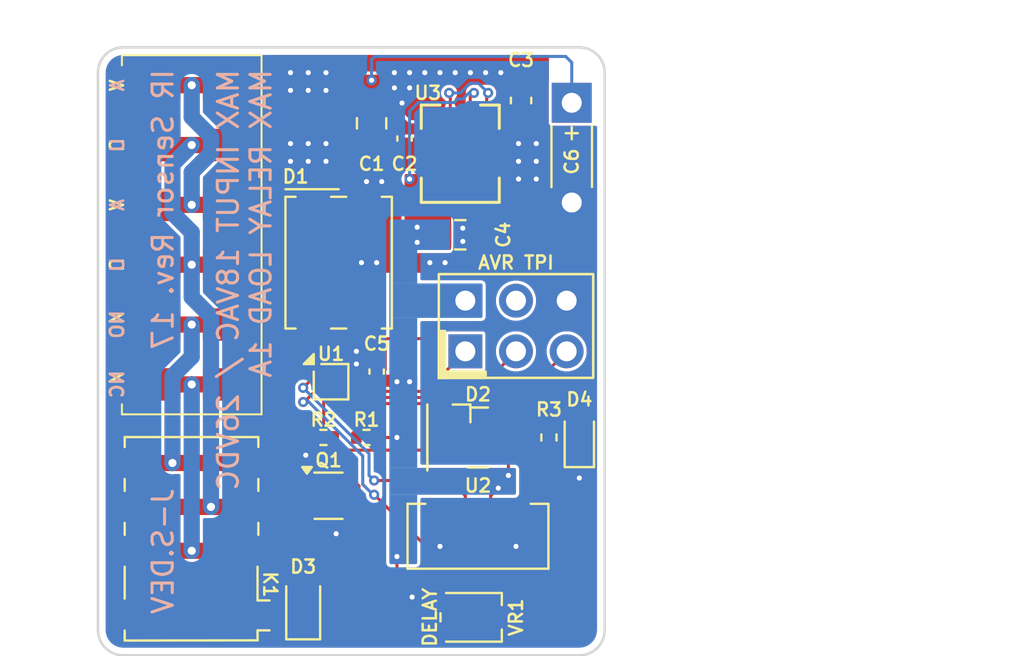
<source format=kicad_pcb>
(kicad_pcb (version 20241229) (generator "pcbnew") (generator_version "9.0")
  (layers (0 "F.Cu" signal) (2 "B.Cu" signal) (13 "F.Paste" user) (5 "F.SilkS" user "F.Silkscreen") (7 "B.SilkS" user "B.Silkscreen") (1 "F.Mask" user) (3 "B.Mask" user) (25 "Edge.Cuts" user))
  (net 0 "")
  (net 1 "VDD")
  (net 2 "GND")
  (net 3 "VCC")
  (net 4 "P$A")
  (net 5 "P$U")
  (net 6 "P$NC")
  (net 7 "P$NO")
  (net 8 "Net-(D2-PadC)")
  (net 9 "Net-(D3-A)")
  (net 10 "TPICLK")
  (net 11 "~{RESET}")
  (net 12 "TPIDATA")
  (net 17 "Net-(U3-RT)")
  (net 19 "Net-(D4-A)")
  (net 21 "Net-(Q1B-C2)")
  (net 22 "DO_RELAY")
  (net 23 "PWMO_LED")
  (net 24 "DO_LED")
  (net 25 "AI_DELAY")
  (net 26 "DI_SENSE")
  (footprint "Resistor_SMD:R_0402_1005Metric" (layer "F.Cu") (at 48.006 121.158 -90)
    (property "Reference" "R3" (at -1.397 0 180) (layer "F.SilkS") (effects (font (size 0.6604 0.6604) (thickness 0.127) (bold yes))))
    (property "Value" "120R")
    (pad "1" smd roundrect (at -0.51 0 270) (size 0.54 0.64) (layers "F.Cu" "F.Mask" "F.Paste") (net 24 "DO_LED"))
    (pad "2" smd roundrect (at 0.51 0 270) (size 0.54 0.64) (layers "F.Cu" "F.Mask" "F.Paste") (net 19 "Net-(D4-A)"))
  )
  (footprint "jsdev:Potentiometer_Bourns_TC42X_Vertical" (layer "F.Cu") (at 44.45 130.175)
    (property "Reference" "VR1" (at 1.905 0 90) (layer "F.SilkS") (effects (font (size 0.6604 0.6604) (thickness 0.127))))
    (property "Value" "10K" (hide yes))
    (pad "1" smd rect (at -1.397 -0.65405) (size 0.8128 0.5969) (layers "F.Cu" "F.Mask" "F.Paste") (net 2 "GND"))
    (pad "2" smd rect (at 0.9525 0) (size 0.6858 0.9906) (layers "F.Cu" "F.Mask" "F.Paste") (net 25 "AI_DELAY"))
    (pad "3" smd rect (at -1.397 0.65405) (size 0.8128 0.5969) (layers "F.Cu" "F.Mask" "F.Paste") (net 3 "VCC"))
  )
  (footprint "Relay_SMD:Relay_DPDT_Omron_G6K-2G-Y" (layer "F.Cu") (at 30.099 126.238 180)
    (property "Reference" "K1" (at -3.937 -2.286 270) (layer "F.SilkS") (effects (font (size 0.6604 0.6604) (thickness 0.127))))
    (property "Value" "G6K-2" (hide yes))
    (pad "1" smd rect (at -2.85 -3.8 180) (size 1.8 0.8) (layers "F.Cu" "F.Mask" "F.Paste") (net 3 "VCC"))
    (pad "2" smd rect (at -2.85 -0.6 180) (size 1.8 0.8) (layers "F.Cu" "F.Mask" "F.Paste") (net 6 "P$NC"))
    (pad "3" smd rect (at -2.85 1.6 180) (size 1.8 0.8) (layers "F.Cu" "F.Mask" "F.Paste") (net 5 "P$U"))
    (pad "4" smd rect (at -2.85 3.8 180) (size 1.8 0.8) (layers "F.Cu" "F.Mask" "F.Paste") (net 7 "P$NO"))
    (pad "5" smd rect (at 2.85 3.8 180) (size 1.8 0.8) (layers "F.Cu" "F.Mask" "F.Paste") (net 7 "P$NO"))
    (pad "6" smd rect (at 2.85 1.6 180) (size 1.8 0.8) (layers "F.Cu" "F.Mask" "F.Paste") (net 5 "P$U"))
    (pad "7" smd rect (at 2.85 -0.6 180) (size 1.8 0.8) (layers "F.Cu" "F.Mask" "F.Paste") (net 6 "P$NC"))
    (pad "8" smd rect (at 2.85 -3.8 180) (size 1.8 0.8) (layers "F.Cu" "F.Mask" "F.Paste") (net 9 "Net-(D3-A)"))
  )
  (footprint "Diode_SMD:D_SOD-323" (layer "F.Cu") (at 35.687 129.667 90)
    (property "Reference" "D3" (at 2.032 0 0) (layer "F.SilkS") (effects (font (size 0.6604 0.6604) (thickness 0.127))))
    (property "Value" "1N4148WS" (hide yes))
    (pad "1" smd roundrect (at -1.05 0 90) (size 0.6 0.45) (layers "F.Cu" "F.Mask" "F.Paste") (net 3 "VCC"))
    (pad "2" smd roundrect (at 1.05 0 90) (size 0.6 0.45) (layers "F.Cu" "F.Mask" "F.Paste") (net 9 "Net-(D3-A)"))
  )
  (footprint "Resistor_SMD:R_0402_1005Metric" (layer "F.Cu") (at 38.862 121.158 180)
    (property "Reference" "R1" (at 0 0.889 180) (layer "F.SilkS") (effects (font (size 0.6604 0.6604) (thickness 0.127))))
    (property "Value" "10K")
    (pad "1" smd roundrect (at -0.51 0 180) (size 0.54 0.64) (layers "F.Cu" "F.Mask" "F.Paste") (net 3 "VCC"))
    (pad "2" smd roundrect (at 0.51 0 180) (size 0.54 0.64) (layers "F.Cu" "F.Mask" "F.Paste") (net 11 "~{RESET}"))
  )
  (footprint "Capacitor_SMD:C_0402_1005Metric" (layer "F.Cu") (at 39.37 117.856 90)
    (property "Reference" "C5" (at 1.397 0 0) (layer "F.SilkS") (effects (font (size 0.6604 0.6604) (thickness 0.127))))
    (property "Value" "100nF")
    (pad "1" smd roundrect (at -0.48 0 90) (size 0.56 0.62) (layers "F.Cu" "F.Mask" "F.Paste") (net 3 "VCC"))
    (pad "2" smd roundrect (at 0.48 0 90) (size 0.56 0.62) (layers "F.Cu" "F.Mask" "F.Paste") (net 2 "GND"))
  )
  (footprint "jsdev:LED_SFH_4243-Z" (layer "F.Cu") (at 44.45 121.158 -90)
    (property "Reference" "D2" (at -2.159 0 0) (layer "F.SilkS") (effects (font (size 0.6604 0.6604) (thickness 0.127))))
    (property "Value" "SFH_4243-Z" (hide yes))
    (pad "A" smd custom (at 0 -1.5 180) (size 1.5 2.6) (layers "F.Cu") (net 3 "VCC") (options (clearance outline) (anchor rect)) (primitives))
    (pad "C" smd custom (at 0 1.5 180) (size 1.5 2.6) (layers "F.Cu") (net 8 "Net-(D2-PadC)") (options (clearance outline) (anchor rect)) (primitives))
  )
  (footprint "Capacitor_SMD:C_0805_2012Metric" (layer "F.Cu") (at 43.561 110.998)
    (property "Reference" "C4" (at 2.159 0 90) (layer "F.SilkS") (effects (font (size 0.6604 0.6604) (thickness 0.127))))
    (property "Value" "10µF" (hide yes))
    (pad "1" smd roundrect (at -0.95 0) (size 1 1.45) (layers "F.Cu" "F.Mask" "F.Paste") (net 3 "VCC"))
    (pad "2" smd roundrect (at 0.95 0) (size 1 1.45) (layers "F.Cu" "F.Mask" "F.Paste") (net 2 "GND"))
  )
  (footprint "LED_SMD:LED_0603_1608Metric" (layer "F.Cu") (at 49.53 121.158 90)
    (property "Reference" "D4" (at 1.905 0 0) (layer "F.SilkS") (effects (font (size 0.6604 0.6604) (thickness 0.127) (bold yes))))
    (property "Value" "LED")
    (pad "1" smd roundrect (at -0.7875 0 90) (size 0.875 0.95) (layers "F.Cu" "F.Mask" "F.Paste") (net 2 "GND"))
    (pad "2" smd roundrect (at 0.7875 0 90) (size 0.875 0.95) (layers "F.Cu" "F.Mask" "F.Paste") (net 19 "Net-(D4-A)"))
  )
  (footprint "Resistor_SMD:R_0402_1005Metric" (layer "F.Cu") (at 36.703 121.158 180)
    (property "Reference" "R2" (at 0 0.889 180) (layer "F.SilkS") (effects (font (size 0.6604 0.6604) (thickness 0.127) (bold yes))))
    (property "Value" "27R")
    (pad "1" smd roundrect (at -0.51 0 180) (size 0.54 0.64) (layers "F.Cu" "F.Mask" "F.Paste") (net 8 "Net-(D2-PadC)"))
    (pad "2" smd roundrect (at 0.51 0 180) (size 0.54 0.64) (layers "F.Cu" "F.Mask" "F.Paste") (net 21 "Net-(Q1B-C2)"))
  )
  (footprint "Package_CSP:WLCSP-12_1.403x1.555mm_Layout6x4_P0.4mm_Stagger" (layer "F.Cu") (at 37.084 118.364)
    (property "Reference" "U1" (at 0 -1.397 0) (layer "F.SilkS") (effects (font (size 0.6604 0.6604) (thickness 0.127))))
    (property "Value" "ATtiny20-U")
    (pad "A1" smd circle (at -0.5 -0.519615) (size 0.215 0.215) (property pad_prop_bga) (layers "F.Cu" "F.Mask" "F.Paste") (net 22 "DO_RELAY"))
    (pad "A3" smd circle (at -0.1 -0.519615) (size 0.215 0.215) (property pad_prop_bga) (layers "F.Cu" "F.Mask" "F.Paste") (net 24 "DO_LED"))
    (pad "A5" smd circle (at 0.3 -0.519615) (size 0.215 0.215) (property pad_prop_bga) (layers "F.Cu" "F.Mask" "F.Paste") (net 2 "GND"))
    (pad "B2" smd circle (at -0.3 -0.173205) (size 0.215 0.215) (property pad_prop_bga) (layers "F.Cu" "F.Mask" "F.Paste") (net 26 "DI_SENSE"))
    (pad "B4" smd circle (at 0.1 -0.173205) (size 0.215 0.215) (property pad_prop_bga) (layers "F.Cu" "F.Mask" "F.Paste") (net 2 "GND"))
    (pad "B6" smd circle (at 0.5 -0.173205) (size 0.215 0.215) (property pad_prop_bga) (layers "F.Cu" "F.Mask" "F.Paste") (net 3 "VCC"))
    (pad "C1" smd circle (at -0.5 0.173205) (size 0.215 0.215) (property pad_prop_bga) (layers "F.Cu" "F.Mask" "F.Paste") (net 25 "AI_DELAY"))
    (pad "C3" smd circle (at -0.1 0.173205) (size 0.215 0.215) (property pad_prop_bga) (layers "F.Cu" "F.Mask" "F.Paste"))
    (pad "C5" smd circle (at 0.3 0.173205) (size 0.215 0.215) (property pad_prop_bga) (layers "F.Cu" "F.Mask" "F.Paste") (net 12 "TPIDATA"))
    (pad "D2" smd circle (at -0.3 0.519615) (size 0.215 0.215) (property pad_prop_bga) (layers "F.Cu" "F.Mask" "F.Paste") (net 23 "PWMO_LED"))
    (pad "D4" smd circle (at 0.1 0.519615) (size 0.215 0.215) (property pad_prop_bga) (layers "F.Cu" "F.Mask" "F.Paste") (net 11 "~{RESET}"))
    (pad "D6" smd circle (at 0.5 0.519615) (size 0.215 0.215) (property pad_prop_bga) (layers "F.Cu" "F.Mask" "F.Paste") (net 10 "TPICLK"))
  )
  (footprint "Capacitor_SMD:C_0805_2012Metric" (layer "F.Cu") (at 39.116 105.41 -90)
    (property "Reference" "C1" (at 2.032 0 180) (layer "F.SilkS") (effects (font (size 0.6604 0.6604) (thickness 0.127))))
    (property "Value" "2.2µF")
    (pad "1" smd roundrect (at -0.95 0 270) (size 1 1.45) (layers "F.Cu" "F.Mask" "F.Paste") (net 1 "VDD"))
    (pad "2" smd roundrect (at 0.95 0 270) (size 1 1.45) (layers "F.Cu" "F.Mask" "F.Paste") (net 2 "GND"))
  )
  (footprint "jsdev:Kyocera_AVX_009296006202906" (layer "F.Cu") (at 30.099 110.998 90)
    (property "Reference" "J2" (hide yes))
    (property "Value" "Conn_02x06_Odd_Even" (hide yes))
    (pad "1" smd roundrect (at -7.5 -1.7272 90) (size 1.6256 2.3368) (layers "F.Cu" "F.Mask" "F.Paste") (roundrect_rratio 0.05) (net 6 "P$NC"))
    (pad "2" smd roundrect (at -7.5 1.7272 90) (size 1.6256 2.3368) (layers "F.Cu" "F.Mask" "F.Paste") (roundrect_rratio 0.05) (net 6 "P$NC"))
    (pad "3" smd roundrect (at -4.5 -1.7272 90) (size 1.6256 2.3368) (layers "F.Cu" "F.Mask" "F.Paste") (roundrect_rratio 0.05) (net 7 "P$NO"))
    (pad "4" smd roundrect (at -4.5 1.7272 90) (size 1.6256 2.3368) (layers "F.Cu" "F.Mask" "F.Paste") (roundrect_rratio 0.05) (net 7 "P$NO"))
    (pad "5" smd roundrect (at -1.499997 -1.7272 90) (size 1.6256 2.3368) (layers "F.Cu" "F.Mask" "F.Paste") (roundrect_rratio 0.05) (net 5 "P$U"))
    (pad "6" smd roundrect (at -1.499997 1.7272 90) (size 1.6256 2.3368) (layers "F.Cu" "F.Mask" "F.Paste") (roundrect_rratio 0.05) (net 5 "P$U"))
    (pad "7" smd roundrect (at 1.499997 -1.7272 90) (size 1.6256 2.3368) (layers "F.Cu" "F.Mask" "F.Paste") (roundrect_rratio 0.05) (net 4 "P$A"))
    (pad "8" smd roundrect (at 1.499997 1.7272 90) (size 1.6256 2.3368) (layers "F.Cu" "F.Mask" "F.Paste") (roundrect_rratio 0.05) (net 4 "P$A"))
    (pad "9" smd roundrect (at 4.5 -1.7272 90) (size 1.6256 2.3368) (layers "F.Cu" "F.Mask" "F.Paste") (roundrect_rratio 0.05) (net 5 "P$U"))
    (pad "10" smd roundrect (at 4.5 1.7272 90) (size 1.6256 2.3368) (layers "F.Cu" "F.Mask" "F.Paste") (roundrect_rratio 0.05) (net 5 "P$U"))
    (pad "11" smd roundrect (at 7.5 -1.7272 90) (size 1.6256 2.3368) (layers "F.Cu" "F.Mask" "F.Paste") (roundrect_rratio 0.05) (net 4 "P$A"))
    (pad "12" smd roundrect (at 7.5 1.7272 90) (size 1.6256 2.3368) (layers "F.Cu" "F.Mask" "F.Paste") (roundrect_rratio 0.05) (net 4 "P$A"))
  )
  (footprint "jsdev:QFN-FCMOD_TI_11C" (layer "F.Cu") (at 43.561 106.934)
    (property "Reference" "U3" (at -1.6256 -3.048 0) (layer "F.SilkS") (effects (font (size 0.6604 0.6604) (thickness 0.127) (bold yes))))
    (property "Value" "TLVM365R15RDNR")
    (pad "1" smd rect (at -1.3254 -1.900189) (size 0.9652 0.4318) (layers "F.Cu" "F.Mask" "F.Paste"))
    (pad "2" smd rect (at -1.3 -1.150063) (size 0.9906 0.254) (layers "F.Cu" "F.Mask" "F.Paste") (net 1 "VDD"))
    (pad "3" smd rect (at -1.3 -0.649937) (size 0.9906 0.3048) (layers "F.Cu" "F.Mask" "F.Paste") (net 1 "VDD"))
    (pad "4" smd custom (at -1.028903 1.050188) (size 1.143 2.1082) (layers "F.Cu" "F.Mask" "F.Paste") (net 3 "VCC") (options (clearance outline) (anchor rect)) (primitives (gr_poly (pts (xy 0.5715 1.0541) (xy -0.5715 1.0541) (xy -0.571497 0.877001) (xy -0.774697 0.877001) (xy -0.774697 0.623001) (xy -0.571497 0.623001) (xy -0.571497 0.377001) (xy -0.774697 0.377001) (xy -0.774697 0.123001) (xy -0.571497 0.123001) (xy -0.571497 -0.122999) (xy -0.774697 -0.122999) (xy -0.774697 -0.376999) (xy -0.571497 -0.376999) (xy -0.571497 -0.622999) (xy -0.774697 -0.622999) (xy -0.774697 -0.876999) (xy -0.571497 -0.876999) (xy -0.5715 -1.0541) (xy 0.5715 -1.0541)) (width 0) (fill yes))))
    (pad "5" smd custom (at 1.028903 1.050188) (size 1.143 2.1082) (layers "F.Cu" "F.Mask" "F.Paste") (options (clearance outline) (anchor rect)) (primitives (gr_poly (pts (xy -0.5715 1.0541) (xy -0.5715 -1.0541) (xy 0.5715 -1.0541) (xy 0.571497 -0.876999) (xy 0.774697 -0.876999) (xy 0.774697 -0.622999) (xy 0.571497 -0.622999) (xy 0.571497 -0.376999) (xy 0.774697 -0.376999) (xy 0.774697 -0.122999) (xy 0.571497 -0.122999) (xy 0.571497 0.123001) (xy 0.774697 0.123001) (xy 0.774697 0.377001) (xy 0.571497 0.377001) (xy 0.571497 0.623001) (xy 0.774697 0.623001) (xy 0.774697 0.877001) (xy 0.571497 0.877001) (xy 0.5715 1.0541)) (width 0) (fill yes))))
    (pad "6" smd rect (at 1.3 -0.649937) (size 0.9906 0.3048) (layers "F.Cu" "F.Mask" "F.Paste"))
    (pad "7" smd rect (at 1.3 -1.150063) (size 0.9906 0.254) (layers "F.Cu" "F.Mask" "F.Paste"))
    (pad "8" smd rect (at 1.3254 -1.900189) (size 0.9652 0.4318) (layers "F.Cu" "F.Mask" "F.Paste") (net 17 "Net-(U3-RT)"))
    (pad "9" smd rect (at 0.500126 -1.975 90) (size 0.6604 0.254) (layers "F.Cu" "F.Mask" "F.Paste") (net 3 "VCC"))
    (pad "10" smd rect (at 0 -1.6067 90) (size 1.397 0.3302) (layers "F.Cu" "F.Mask" "F.Paste") (net 2 "GND"))
    (pad "11" smd rect (at -0.500126 -1.975 90) (size 0.6604 0.254) (layers "F.Cu" "F.Mask" "F.Paste") (net 17 "Net-(U3-RT)"))
  )
  (footprint "Package_TO_SOT_SMD:SOT-363_SC-70-6" (layer "F.Cu") (at 36.957 124.079)
    (property "Reference" "Q1" (at 0 -1.778 0) (layer "F.SilkS") (effects (font (size 0.6604 0.6604) (thickness 0.127) (bold yes))))
    (property "Value" "NPN 10K")
    (pad "1" smd roundrect (at -0.95 -0.65) (size 0.65 0.4) (layers "F.Cu" "F.Mask" "F.Paste") (net 2 "GND"))
    (pad "2" smd roundrect (at -0.95 0) (size 0.65 0.4) (layers "F.Cu" "F.Mask" "F.Paste") (net 22 "DO_RELAY"))
    (pad "3" smd roundrect (at -0.95 0.65) (size 0.65 0.4) (layers "F.Cu" "F.Mask" "F.Paste") (net 21 "Net-(Q1B-C2)"))
    (pad "4" smd roundrect (at 0.95 0.65) (size 0.65 0.4) (layers "F.Cu" "F.Mask" "F.Paste") (net 2 "GND"))
    (pad "5" smd roundrect (at 0.95 0) (size 0.65 0.4) (layers "F.Cu" "F.Mask" "F.Paste") (net 23 "PWMO_LED"))
    (pad "6" smd roundrect (at 0.95 -0.65) (size 0.65 0.4) (layers "F.Cu" "F.Mask" "F.Paste") (net 9 "Net-(D3-A)"))
  )
  (footprint "jsdev:CP_Radial_Long_Sideways_Flip" (layer "F.Cu") (at 49.149 109.3595 90)
    (property "Reference" "C6" (at 2.032 0 270) (layer "F.SilkS") (effects (font (size 0.6604 0.6604) (thickness 0.127))))
    (property "Value" "680uF")
    (pad "1" thru_hole rect (at 4.9784 0 270) (size 2 2) (drill 1) (layers "*.Cu" "*.Mask") (net 1 "VDD"))
    (pad "2" thru_hole circle (at -0.0216 0 270) (size 2 2) (drill 1) (layers "*.Cu" "*.Mask") (net 2 "GND"))
  )
  (footprint "jsdev:PinHeader_ISP_POGO" (layer "F.Cu") (at 43.815 116.84 90)
    (property "Reference" "J1" (hide yes))
    (property "Value" "AVR-TPI-6" (hide yes))
    (pad "1" thru_hole rect (at 0 0 90) (size 1.7 1.7) (drill 1) (layers "*.Cu" "*.Mask") (net 12 "TPIDATA"))
    (pad "2" thru_hole oval (at 2.54 0 90) (size 1.7 1.7) (drill 1) (layers "*.Cu" "*.Mask") (net 3 "VCC"))
    (pad "3" thru_hole oval (at 0 2.54 90) (size 1.7 1.7) (drill 1) (layers "*.Cu" "*.Mask") (net 10 "TPICLK"))
    (pad "4" thru_hole oval (at 2.54 2.54 90) (size 1.7 1.7) (drill 1) (layers "*.Cu" "*.Mask"))
    (pad "5" thru_hole oval (at 0 5.08 90) (size 1.7 1.7) (drill 1) (layers "*.Cu" "*.Mask") (net 11 "~{RESET}"))
    (pad "6" thru_hole oval (at 2.54 5.08 90) (size 1.7 1.7) (drill 1) (layers "*.Cu" "*.Mask") (net 2 "GND"))
  )
  (footprint "Capacitor_SMD:C_0603_1608Metric" (layer "F.Cu") (at 46.609 104.267 90)
    (property "Reference" "C3" (at 2.032 0 0) (layer "F.SilkS") (effects (font (size 0.6604 0.6604) (thickness 0.127))))
    (property "Value" "1µF")
    (pad "1" smd roundrect (at -0.775 0 90) (size 0.9 0.95) (layers "F.Cu" "F.Mask" "F.Paste") (net 17 "Net-(U3-RT)"))
    (pad "2" smd roundrect (at 0.775 0 90) (size 0.9 0.95) (layers "F.Cu" "F.Mask" "F.Paste") (net 2 "GND"))
  )
  (footprint "Capacitor_SMD:C_0402_1005Metric" (layer "F.Cu") (at 40.767 106.172 -90)
    (property "Reference" "C2" (at 1.27 0 180) (layer "F.SilkS") (effects (font (size 0.6604 0.6604) (thickness 0.127))))
    (property "Value" "100nF")
    (pad "1" smd roundrect (at -0.48 0 270) (size 0.56 0.62) (layers "F.Cu" "F.Mask" "F.Paste") (net 1 "VDD"))
    (pad "2" smd roundrect (at 0.48 0 270) (size 0.56 0.62) (layers "F.Cu" "F.Mask" "F.Paste") (net 2 "GND"))
  )
  (footprint "TSOP75438WTT:TSOP75438WTT" (layer "F.Cu") (at 44.45 126.111 -90)
    (property "Reference" "U2" (at -2.54 0 0) (layer "F.SilkS") (effects (font (size 0.6604 0.6604) (thickness 0.127))))
    (property "Value" "TSOP75438TT" (hide yes))
    (pad "1" smd rect (at -0.900001 -1.905 270) (size 1.8 0.8) (layers "F.Cu" "F.Mask" "F.Paste") (net 2 "GND"))
    (pad "2" smd rect (at -0.900001 -0.635 270) (size 1.8 0.8) (layers "F.Cu" "F.Mask" "F.Paste") (net 3 "VCC"))
    (pad "3" smd rect (at -0.900001 0.635 270) (size 1.8 0.8) (layers "F.Cu" "F.Mask" "F.Paste") (net 26 "DI_SENSE"))
    (pad "4" smd rect (at -0.900001 1.905 270) (size 1.8 0.8) (layers "F.Cu" "F.Mask" "F.Paste") (net 2 "GND"))
  )
  (footprint "jsdev:Diode_Bridge_Bourns_CD-HD2x" (layer "F.Cu") (at 37.465 112.395)
    (property "Reference" "D1" (at -2.159 -4.318 0) (layer "F.SilkS") (effects (font (size 0.6604 0.6604) (thickness 0.127))))
    (property "Value" "D_Bridge_-AA+")
    (pad "1" smd rect (at -1.27 -2.5527) (size 1.1938 1.8034) (layers "F.Cu" "F.Mask" "F.Paste") (net 2 "GND"))
    (pad "2" smd rect (at -1.27 2.5527) (size 1.1938 1.8034) (layers "F.Cu" "F.Mask" "F.Paste") (net 5 "P$U"))
    (pad "3" smd rect (at 1.27 2.5527) (size 1.1938 1.8034) (layers "F.Cu" "F.Mask" "F.Paste") (net 4 "P$A"))
    (pad "4" smd rect (at 1.27 -2.5527) (size 1.1938 1.8034) (layers "F.Cu" "F.Mask" "F.Paste") (net 1 "VDD"))
  )
  (gr_line (start 41.91 119.507) (end 41.91 122.809) (stroke (width 0.127)) (layer "F.SilkS"))
  (gr_line (start 26.67 132.08) (end 49.53 132.08) (stroke (width 0.127)) (layer "Edge.Cuts"))
  (gr_arc (start 26.67 132.08) (mid 25.771974 131.708026) (end 25.4 130.81) (stroke (width 0.127)) (layer "Edge.Cuts"))
  (gr_arc (start 50.8 130.81) (mid 50.428026 131.708026) (end 49.53 132.08) (stroke (width 0.127)) (layer "Edge.Cuts"))
  (gr_arc (start 49.53 101.6) (mid 50.428026 101.971974) (end 50.8 102.87) (stroke (width 0.127)) (layer "Edge.Cuts"))
  (gr_line (start 50.8 130.81) (end 50.8 102.87) (stroke (width 0.127)) (layer "Edge.Cuts"))
  (gr_line (start 49.53 101.6) (end 26.67 101.6) (stroke (width 0.127)) (layer "Edge.Cuts"))
  (gr_arc (start 25.4 102.87) (mid 25.771974 101.971974) (end 26.67 101.6) (stroke (width 0.127)) (layer "Edge.Cuts"))
  (gr_line (start 25.4 102.87) (end 25.4 130.81) (stroke (width 0.127)) (layer "Edge.Cuts"))
  (gr_text "NO" (at 26.289 115.4938 270) (layer "F.SilkS") (effects (font (size 0.6604 0.6604) (thickness 0.127))))
  (gr_text "DELAY" (at 42.037 130.175 90) (layer "F.SilkS") (effects (font (size 0.6604 0.6604) (thickness 0.127))))
  (gr_text "U" (at 26.289 112.4966 270) (layer "F.SilkS") (effects (font (size 0.6604 0.6604) (thickness 0.127))))
  (gr_text "AVR TPI" (at 46.355 112.395 0) (layer "F.SilkS") (effects (font (size 0.6604 0.6604) (thickness 0.127))))
  (gr_text "NC" (at 26.289 118.491 270) (layer "F.SilkS") (effects (font (size 0.6604 0.6604) (thickness 0.127))))
  (gr_text "A" (at 26.289 103.505 270) (layer "F.SilkS") (effects (font (size 0.6604 0.6604) (thickness 0.127))))
  (gr_text "U" (at 26.289 106.5022 270) (layer "F.SilkS") (effects (font (size 0.6604 0.6604) (thickness 0.127))))
  (gr_text "A" (at 26.289 109.4994 270) (layer "F.SilkS") (effects (font (size 0.6604 0.6604) (thickness 0.127))))
  (gr_text "U" (at 26.3652 106.5022 -270) (layer "B.SilkS") (effects (font (size 0.6604 0.6604) (thickness 0.127)) (justify mirror)))
  (gr_text "IR Sensor Rev. 17         J-S.DEV\n\nMAX INPUT 18VAC / 26VDC\nMAX RELAY LOAD 1A" (at 28.067 102.616 90) (layer "B.SilkS") (effects (font (size 1.016 1.016) (thickness 0.1524)) (justify left top mirror)))
  (gr_text "A" (at 26.3652 103.505 90) (layer "B.SilkS") (effects (font (size 0.6604 0.6604) (thickness 0.127)) (justify mirror)))
  (gr_text "NC" (at 26.3652 118.491 -270) (layer "B.SilkS") (effects (font (size 0.6604 0.6604) (thickness 0.127)) (justify mirror)))
  (gr_text "NO" (at 26.3652 115.4938 -270) (layer "B.SilkS") (effects (font (size 0.6604 0.6604) (thickness 0.127)) (justify mirror)))
  (gr_text "U" (at 26.3652 112.4966 -270) (layer "B.SilkS") (effects (font (size 0.6604 0.6604) (thickness 0.127)) (justify mirror)))
  (gr_text "A" (at 26.3652 109.4994 -270) (layer "B.SilkS") (effects (font (size 0.6604 0.6604) (thickness 0.127)) (justify mirror)))
  (via (at 39.116 103.251) (size 0.508) (drill 0.254) (layers "F.Cu" "B.Cu") (net 1))
  (segment (start 39.116 103.251) (end 39.116 102.2096) (width 0.1524) (layer "B.Cu") (net 1))
  (segment (start 39.116 102.2096) (end 39.2684 102.0572) (width 0.1524) (layer "B.Cu") (net 1))
  (segment (start 49.149 102.362) (end 49.149 104.3811) (width 0.1524) (layer "B.Cu") (net 1))
  (segment (start 39.2684 102.0572) (end 48.8442 102.0572) (width 0.1524) (layer "B.Cu") (net 1))
  (segment (start 48.8442 102.0572) (end 49.149 102.362) (width 0.1524) (layer "B.Cu") (net 1))
  (segment (start 46.355 125.210999) (end 46.355 126.619) (width 0.1524) (layer "F.Cu") (net 2))
  (segment (start 41.50995 129.52095) (end 41.148 129.159) (width 0.1524) (layer "F.Cu") (net 2))
  (segment (start 36.007 123.429) (end 36.007 122.24) (width 0.1524) (layer "F.Cu") (net 2))
  (segment (start 37.907 125.415) (end 37.338 125.984) (width 0.1524) (layer "F.Cu") (net 2))
  (segment (start 49.53 121.9455) (end 49.53 123.19) (width 0.1524) (layer "F.Cu") (net 2))
  (segment (start 43.053 129.52095) (end 41.50995 129.52095) (width 0.1524) (layer "F.Cu") (net 2))
  (segment (start 36.007 122.24) (end 35.814 122.047) (width 0.1524) (layer "F.Cu") (net 2))
  (segment (start 43.561 105.3273) (end 43.561 103.124) (width 0.1524) (layer "F.Cu") (net 2))
  (segment (start 37.907 124.729) (end 37.907 125.415) (width 0.1524) (layer "F.Cu") (net 2))
  (segment (start 37.753385 117.475) (end 38.354 117.475) (width 0.1524) (layer "F.Cu") (net 2))
  (segment (start 37.384 117.844385) (end 37.753385 117.475) (width 0.1524) (layer "F.Cu") (net 2))
  (segment (start 37.184 118.190795) (end 37.384 117.844385) (width 0.1524) (layer "F.Cu") (net 2))
  (segment (start 42.545 125.210999) (end 42.545 126.619) (width 0.1524) (layer "F.Cu") (net 2))
  (segment (start 43.561 103.124) (end 43.307 102.87) (width 0.1524) (layer "F.Cu") (net 2))
  (via (at 40.64 104.394) (size 0.508) (drill 0.254) (layers "F.Cu" "B.Cu") (net 2))
  (via (at 42.545 102.87) (size 0.508) (drill 0.254) (layers "F.Cu" "B.Cu") (net 2))
  (via (at 40.259 102.87) (size 0.508) (drill 0.254) (layers "F.Cu" "B.Cu") (net 2))
  (via (at 39.37 112.395) (size 0.508) (drill 0.254) (layers "F.Cu" "B.Cu") (net 2))
  (via (at 47.371 107.315) (size 0.508) (drill 0.254) (layers "F.Cu" "B.Cu") (net 2))
  (via (at 40.259 103.632) (size 0.508) (drill 0.254) (layers "F.Cu" "B.Cu") (net 2))
  (via (at 47.371 108.204) (size 0.508) (drill 0.254) (layers "F.Cu" "B.Cu") (net 2))
  (via (at 38.354 117.475) (size 0.508) (drill 0.254) (layers "F.Cu" "B.Cu") (net 2))
  (via (at 43.688 111.3282) (size 0.508) (drill 0.254) (layers "F.Cu" "B.Cu") (net 2))
  (via (at 36.83 102.87) (size 0.508) (drill 0.254) (layers "F.Cu" "B.Cu") (net 2))
  (via (at 35.941 106.426) (size 0.508) (drill 0.254) (layers "F.Cu" "B.Cu") (net 2))
  (via (at 35.052 103.759) (size 0.508) (drill 0.254) (layers "F.Cu" "B.Cu") (net 2))
  (via (at 42.545 126.619) (size 0.508) (drill 0.254) (layers "F.Cu" "B.Cu") (net 2))
  (via (at 46.482 106.426) (size 0.508) (drill 0.254) (layers "F.Cu" "B.Cu") (net 2))
  (via (at 41.021 103.632) (size 0.508) (drill 0.254) (layers "F.Cu" "B.Cu") (net 2))
  (via (at 45.593 102.87) (size 0.508) (drill 0.254) (layers "F.Cu" "B.Cu") (net 2))
  (via (at 38.862 108.331) (size 0.508) (drill 0.254) (layers "F.Cu" "B.Cu") (net 2))
  (via (at 46.482 108.204) (size 0.508) (drill 0.254) (layers "F.Cu" "B.Cu") (net 2))
  (via (at 35.052 106.426) (size 0.508) (drill 0.254) (layers "F.Cu" "B.Cu") (net 2))
  (via (at 41.021 102.87) (size 0.508) (drill 0.254) (layers "F.Cu" "B.Cu") (net 2))
  (via (at 46.482 107.315) (size 0.508) (drill 0.254) (layers "F.Cu" "B.Cu") (net 2))
  (via (at 44.069 102.87) (size 0.508) (drill 0.254) (layers "F.Cu" "B.Cu") (net 2))
  (via (at 38.608 112.395) (size 0.508) (drill 0.254) (layers "F.Cu" "B.Cu") (net 2))
  (via (at 46.355 126.619) (size 0.508) (drill 0.254) (layers "F.Cu" "B.Cu") (net 2))
  (via (at 37.338 125.984) (size 0.508) (drill 0.254) (layers "F.Cu" "B.Cu") (net 2))
  (via (at 36.83 107.315) (size 0.508) (drill 0.254) (layers "F.Cu" "B.Cu") (net 2))
  (via (at 42.037 112.395) (size 0.508) (drill 0.254) (layers "F.Cu" "B.Cu") (net 2))
  (via (at 47.371 106.426) (size 0.508) (drill 0.254) (layers "F.Cu" "B.Cu") (net 2))
  (via (at 35.941 103.759) (size 0.508) (drill 0.254) (layers "F.Cu" "B.Cu") (net 2))
  (via (at 36.83 106.426) (size 0.508) (drill 0.254) (layers "F.Cu" "B.Cu") (net 2))
  (via (at 49.53 123.19) (size 0.508) (drill 0.254) (layers "F.Cu" "B.Cu") (net 2))
  (via (at 41.783 102.87) (size 0.508) (drill 0.254) (layers "F.Cu" "B.Cu") (net 2))
  (via (at 36.83 103.759) (size 0.508) (drill 0.254) (layers "F.Cu" "B.Cu") (net 2))
  (via (at 35.814 122.047) (size 0.508) (drill 0.254) (layers "F.Cu" "B.Cu") (net 2))
  (via (at 35.052 102.87) (size 0.508) (drill 0.254) (layers "F.Cu" "B.Cu") (net 2))
  (via (at 41.148 129.159) (size 0.508) (drill 0.254) (layers "F.Cu" "B.Cu") (net 2))
  (via (at 42.799 112.395) (size 0.508) (drill 0.254) (layers "F.Cu" "B.Cu") (net 2))
  (via (at 43.307 102.87) (size 0.508) (drill 0.254) (layers "F.Cu" "B.Cu") (net 2))
  (via (at 38.354 116.84) (size 0.508) (drill 0.254) (layers "F.Cu" "B.Cu") (net 2))
  (via (at 35.941 107.315) (size 0.508) (drill 0.254) (layers "F.Cu" "B.Cu") (net 2))
  (via (at 39.624 108.331) (size 0.508) (drill 0.254) (layers "F.Cu" "B.Cu") (net 2))
  (via (at 35.941 102.87) (size 0.508) (drill 0.254) (layers "F.Cu" "B.Cu") (net 2))
  (via (at 35.052 107.315) (size 0.508) (drill 0.254) (layers "F.Cu" "B.Cu") (net 2))
  (via (at 43.688 110.6678) (size 0.508) (drill 0.254) (layers "F.Cu" "B.Cu") (net 2))
  (via (at 44.831 102.87) (size 0.508) (drill 0.254) (layers "F.Cu" "B.Cu") (net 2))
  (segment (start 43.053 130.82905) (end 41.16705 130.82905) (width 0.1524) (layer "F.Cu") (net 3))
  (segment (start 32.949 130.038) (end 35.687 130.038) (width 0.1524) (layer "F.Cu") (net 3))
  (segment (start 44.2468 103.886) (end 44.061126 104.071674) (width 0.1524) (layer "F.Cu") (net 3))
  (segment (start 45.085 124.079) (end 45.466 123.698) (width 0.1524) (layer "F.Cu") (net 3))
  (segment (start 40.386 127.127) (end 40.386 130.038) (width 0.1524) (layer "F.Cu") (net 3))
  (segment (start 42.312285 108.204) (end 42.532097 107.984188) (width 0.1524) (layer "F.Cu") (net 3))
  (segment (start 39.372 121.158) (end 40.386 121.158) (width 0.1524) (layer "F.Cu") (net 3))
  (segment (start 40.386 130.048) (end 40.386 130.038) (width 0.1524) (layer "F.Cu") (net 3))
  (segment (start 45.974 123.063) (end 45.974 121.182) (width 0.1524) (layer "F.Cu") (net 3))
  (segment (start 35.687 130.038) (end 38.491 130.038) (width 0.1524) (layer "F.Cu") (net 3))
  (segment (start 35.687 130.717) (end 35.687 130.038) (width 0.1524) (layer "F.Cu") (net 3))
  (segment (start 44.061126 104.071674) (end 44.061126 104.959) (width 0.1524) (layer "F.Cu") (net 3))
  (segment (start 38.491 130.038) (end 40.386 130.038) (width 0.1524) (layer "F.Cu") (net 3))
  (segment (start 41.16705 130.82905) (end 40.386 130.048) (width 0.1524) (layer "F.Cu") (net 3))
  (segment (start 45.085 125.210999) (end 45.085 124.079) (width 0.1524) (layer "F.Cu") (net 3))
  (segment (start 45.974 121.182) (end 45.95 121.158) (width 0.1524) (layer "F.Cu") (net 3))
  (via (at 40.386 118.364) (size 0.508) (drill 0.254) (layers "F.Cu" "B.Cu") (net 3))
  (via (at 41.402 110.617) (size 0.508) (drill 0.254) (layers "F.Cu" "B.Cu") (net 3))
  (via (at 41.021 108.204) (size 0.508) (drill 0.254) (layers "F.Cu" "B.Cu") (net 3))
  (via (at 40.386 127.127) (size 0.508) (drill 0.254) (layers "F.Cu" "B.Cu") (net 3))
  (via (at 45.466 123.698) (size 0.508) (drill 0.254) (layers "F.Cu" "B.Cu") (net 3))
  (via (at 40.386 121.158) (size 0.508) (drill 0.254) (layers "F.Cu" "B.Cu") (net 3))
  (via (at 41.021 118.364) (size 0.508) (drill 0.254) (layers "F.Cu" "B.Cu") (net 3))
  (via (at 45.974 123.063) (size 0.508) (drill 0.254) (layers "F.Cu" "B.Cu") (net 3))
  (via (at 41.402 111.379) (size 0.508) (drill 0.254) (layers "F.Cu" "B.Cu") (net 3))
  (via (at 44.2468 103.886) (size 0.508) (drill 0.254) (layers "F.Cu" "B.Cu") (net 3))
  (segment (start 44.2468 103.886) (end 43.992052 103.886) (width 0.1524) (layer "B.Cu") (net 3))
  (segment (start 43.434374 104.190426) (end 43.2562 104.3686) (width 0.1524) (layer "B.Cu") (net 3))
  (segment (start 43.992052 103.886) (end 43.687626 104.190426) (width 0.1524) (layer "B.Cu") (net 3))
  (segment (start 43.2562 104.3686) (end 41.4528 104.3686) (width 0.1524) (layer "B.Cu") (net 3))
  (segment (start 43.687626 104.190426) (end 43.434374 104.190426) (width 0.1524) (layer "B.Cu") (net 3))
  (segment (start 41.4528 104.3686) (end 41.021 104.8004) (width 0.1524) (layer "B.Cu") (net 3))
  (segment (start 41.021 104.8004) (end 41.021 108.204) (width 0.1524) (layer "B.Cu") (net 3))
  (segment (start 37.2745 113.4872) (end 35.6362 113.4872) (width 0.8128) (layer "F.Cu") (net 4))
  (segment (start 28.3718 103.498) (end 31.8262 103.498) (width 0.8128) (layer "F.Cu") (net 4))
  (segment (start 31.8262 109.6772) (end 31.8262 109.498003) (width 0.8128) (layer "F.Cu") (net 4))
  (segment (start 38.735 114.9477) (end 37.2745 113.4872) (width 0.8128) (layer "F.Cu") (net 4))
  (segment (start 28.3718 109.498003) (end 31.8262 109.498003) (width 0.8128) (layer "F.Cu") (net 4))
  (segment (start 35.6362 113.4872) (end 31.8262 109.6772) (width 0.8128) (layer "F.Cu") (net 4))
  (via (at 30.099 109.498003) (size 0.8128) (drill 0.4064) (layers "F.Cu" "B.Cu") (net 4))
  (via (at 30.099 103.498) (size 0.8128) (drill 0.4064) (layers "F.Cu" "B.Cu") (net 4))
  (segment (start 30.099 103.498) (end 30.099 105.1052) (width 0.8128) (layer "B.Cu") (net 4))
  (segment (start 30.099 107.862998) (end 30.099 109.498003) (width 0.8128) (layer "B.Cu") (net 4))
  (segment (start 31.0642 106.0704) (end 31.0642 106.897798) (width 0.8128) (layer "B.Cu") (net 4))
  (segment (start 31.0642 106.897798) (end 30.099 107.862998) (width 0.8128) (layer "B.Cu") (net 4))
  (segment (start 30.099 105.1052) (end 31.0642 106.0704) (width 0.8128) (layer "B.Cu") (net 4))
  (segment (start 33.281999 112.497997) (end 35.731702 114.9477) (width 0.8128) (layer "F.Cu") (net 5))
  (segment (start 35.731702 114.9477) (end 36.195 114.9477) (width 0.8128) (layer "F.Cu") (net 5))
  (segment (start 31.0642 124.638) (end 27.249 124.638) (width 0.8128) (layer "F.Cu") (net 5))
  (segment (start 32.949 124.638) (end 31.0642 124.638) (width 0.8128) (layer "F.Cu") (net 5))
  (segment (start 28.3718 112.497997) (end 31.8262 112.497997) (width 0.8128) (layer "F.Cu") (net 5))
  (segment (start 31.8262 112.497997) (end 33.281999 112.497997) (width 0.8128) (layer "F.Cu") (net 5))
  (segment (start 28.3718 106.498) (end 31.8262 106.498) (width 0.8128) (layer "F.Cu") (net 5))
  (via (at 30.099 106.498) (size 0.8128) (drill 0.4064) (layers "F.Cu" "B.Cu") (net 5))
  (via (at 31.0642 124.638) (size 0.8128) (drill 0.4064) (layers "F.Cu" "B.Cu") (net 5))
  (via (at 30.099 112.497997) (size 0.8128) (drill 0.4064) (layers "F.Cu" "B.Cu") (net 5))
  (segment (start 31.0642 124.638) (end 31.0642 115.098201) (width 0.8128) (layer "B.Cu") (net 5))
  (segment (start 30.099 106.498) (end 29.1338 107.4632) (width 0.8128) (layer "B.Cu") (net 5))
  (segment (start 30.099 114.133001) (end 30.099 112.497997) (width 0.8128) (layer "B.Cu") (net 5))
  (segment (start 29.1338 109.9058) (end 30.099 110.871) (width 0.8128) (layer "B.Cu") (net 5))
  (segment (start 30.099 110.871) (end 30.099 112.497997) (width 0.8128) (layer "B.Cu") (net 5))
  (segment (start 31.0642 115.098201) (end 30.099 114.133001) (width 0.8128) (layer "B.Cu") (net 5))
  (segment (start 29.1338 107.4632) (end 29.1338 109.9058) (width 0.8128) (layer "B.Cu") (net 5))
  (segment (start 28.3718 118.498) (end 31.8262 118.498) (width 0.8128) (layer "F.Cu") (net 6))
  (segment (start 27.249 126.838) (end 30.099 126.838) (width 0.8128) (layer "F.Cu") (net 6))
  (segment (start 30.099 126.838) (end 32.949 126.838) (width 0.8128) (layer "F.Cu") (net 6))
  (via (at 30.099 118.498) (size 0.8128) (drill 0.4064) (layers "F.Cu" "B.Cu") (net 6))
  (via (at 30.099 126.838) (size 0.8128) (drill 0.4064) (layers "F.Cu" "B.Cu") (net 6))
  (segment (start 30.099 118.498) (end 30.099 126.838) (width 0.8128) (layer "B.Cu") (net 6))
  (segment (start 28.3718 115.498) (end 31.8262 115.498) (width 0.8128) (layer "F.Cu") (net 7))
  (segment (start 27.249 122.438) (end 29.1338 122.438) (width 0.8128) (layer "F.Cu") (net 7))
  (segment (start 29.1338 122.438) (end 32.949 122.438) (width 0.8128) (layer "F.Cu") (net 7))
  (via (at 30.099 115.498) (size 0.8128) (drill 0.4064) (layers "F.Cu" "B.Cu") (net 7))
  (via (at 29.1338 122.438) (size 0.8128) (drill 0.4064) (layers "F.Cu" "B.Cu") (net 7))
  (segment (start 29.1338 118.0846) (end 29.1338 122.438) (width 0.8128) (layer "B.Cu") (net 7))
  (segment (start 29.1338 118.0846) (end 30.099 117.1194) (width 0.8128) (layer "B.Cu") (net 7))
  (segment (start 30.099 117.1194) (end 30.099 115.498) (width 0.8128) (layer "B.Cu") (net 7))
  (segment (start 37.213 121.158) (end 37.848 121.793) (width 0.1524) (layer "F.Cu") (net 8))
  (segment (start 42.9514 121.793) (end 42.9514 121.1594) (width 0.1524) (layer "F.Cu") (net 8))
  (segment (start 37.848 121.793) (end 42.9514 121.793) (width 0.1524) (layer "F.Cu") (net 8))
  (segment (start 42.9514 121.1594) (end 42.95 121.158) (width 0.1524) (layer "F.Cu") (net 8))
  (segment (start 35.687 128.617) (end 35.594 128.524) (width 0.1524) (layer "F.Cu") (net 9))
  (segment (start 35.594 128.524) (end 28.763 128.524) (width 0.1524) (layer "F.Cu") (net 9))
  (segment (start 38.481 123.5814) (end 38.3286 123.429) (width 0.1524) (layer "F.Cu") (net 9))
  (segment (start 38.481 125.823) (end 38.481 123.5814) (width 0.1524) (layer "F.Cu") (net 9))
  (segment (start 35.687 128.617) (end 38.481 125.823) (width 0.1524) (layer "F.Cu") (net 9))
  (segment (start 28.763 128.524) (end 27.249 130.038) (width 0.1524) (layer "F.Cu") (net 9))
  (segment (start 38.3286 123.429) (end 37.907 123.429) (width 0.1524) (layer "F.Cu") (net 9))
  (segment (start 37.584 118.883615) (end 37.853785 119.1534) (width 0.1524) (layer "F.Cu") (net 10))
  (segment (start 44.0616 119.1534) (end 46.37 116.845) (width 0.1524) (layer "F.Cu") (net 10))
  (segment (start 37.853785 119.1534) (end 44.0616 119.1534) (width 0.1524) (layer "F.Cu") (net 10))
  (segment (start 37.184 118.883615) (end 37.184 119.035642) (width 0.1524) (layer "F.Cu") (net 11))
  (segment (start 38.3286 119.4592) (end 46.2958 119.4592) (width 0.1524) (layer "F.Cu") (net 11))
  (segment (start 38.352 121.158) (end 38.352 119.4826) (width 0.1524) (layer "F.Cu") (net 11))
  (segment (start 46.2958 119.4592) (end 48.91 116.845) (width 0.1524) (layer "F.Cu") (net 11))
  (segment (start 38.352 119.4826) (end 38.3286 119.4592) (width 0.1524) (layer "F.Cu") (net 11))
  (segment (start 37.607558 119.4592) (end 38.3286 119.4592) (width 0.1524) (layer "F.Cu") (net 11))
  (segment (start 37.184 119.035642) (end 37.607558 119.4592) (width 0.1524) (layer "F.Cu") (net 11))
  (segment (start 41.8274 118.8476) (end 43.83 116.845) (width 0.1524) (layer "F.Cu") (net 12))
  (segment (start 37.739805 118.537205) (end 38.0502 118.8476) (width 0.1524) (layer "F.Cu") (net 12))
  (segment (start 37.384 118.537205) (end 37.739805 118.537205) (width 0.1524) (layer "F.Cu") (net 12))
  (segment (start 38.0502 118.8476) (end 41.8274 118.8476) (width 0.1524) (layer "F.Cu") (net 12))
  (segment (start 43.060874 103.944674) (end 43.060874 104.959) (width 0.1524) (layer "F.Cu") (net 17))
  (segment (start 44.958 103.886) (end 44.8864 103.9576) (width 0.1524) (layer "F.Cu") (net 17))
  (segment (start 46.600811 105.033811) (end 46.609 105.042) (width 0.1524) (layer "F.Cu") (net 17))
  (segment (start 44.8864 103.9576) (end 44.8864 105.033811) (width 0.1524) (layer "F.Cu") (net 17))
  (segment (start 44.8864 105.033811) (end 46.600811 105.033811) (width 0.1524) (layer "F.Cu") (net 17))
  (segment (start 43.0022 103.886) (end 43.060874 103.944674) (width 0.1524) (layer "F.Cu") (net 17))
  (via (at 44.958 103.886) (size 0.508) (drill 0.254) (layers "F.Cu" "B.Cu") (net 17))
  (via (at 43.0022 103.886) (size 0.508) (drill 0.254) (layers "F.Cu" "B.Cu") (net 17))
  (segment (start 44.4754 103.4034) (end 44.0436 103.4034) (width 0.1524) (layer "B.Cu") (net 17))
  (segment (start 43.561 103.886) (end 43.0022 103.886) (width 0.1524) (layer "B.Cu") (net 17))
  (segment (start 44.0436 103.4034) (end 43.561 103.886) (width 0.1524) (layer "B.Cu") (net 17))
  (segment (start 44.958 103.886) (end 44.4754 103.4034) (width 0.1524) (layer "B.Cu") (net 17))
  (segment (start 48.2325 121.668) (end 49.53 120.3705) (width 0.1524) (layer "F.Cu") (net 19))
  (segment (start 48.006 121.668) (end 48.2325 121.668) (width 0.1524) (layer "F.Cu") (net 19))
  (segment (start 36.434 124.729) (end 36.576 124.587) (width 0.1524) (layer "F.Cu") (net 21))
  (segment (start 36.576 124.587) (end 36.576 122.011867) (width 0.1524) (layer "F.Cu") (net 21))
  (segment (start 36.576 122.011867) (end 36.193 121.628867) (width 0.1524) (layer "F.Cu") (net 21))
  (segment (start 36.193 121.628867) (end 36.193 121.158) (width 0.1524) (layer "F.Cu") (net 21))
  (segment (start 36.007 124.729) (end 36.434 124.729) (width 0.1524) (layer "F.Cu") (net 21))
  (segment (start 35.827501 117.844385) (end 36.584 117.844385) (width 0.1524) (layer "F.Cu") (net 22))
  (segment (start 35.2034 118.468486) (end 35.827501 117.844385) (width 0.1524) (layer "F.Cu") (net 22))
  (segment (start 36.007 124.079) (end 35.5854 124.079) (width 0.1524) (layer "F.Cu") (net 22))
  (segment (start 35.5854 124.079) (end 35.2034 123.697) (width 0.1524) (layer "F.Cu") (net 22))
  (segment (start 35.2034 123.697) (end 35.2034 118.468486) (width 0.1524) (layer "F.Cu") (net 22))
  (segment (start 36.7134 118.954215) (end 36.784 118.883615) (width 0.1524) (layer "F.Cu") (net 23))
  (segment (start 37.4904 124.079) (end 36.9062 123.4948) (width 0.1524) (layer "F.Cu") (net 23))
  (segment (start 36.9062 121.9096) (end 36.7134 121.7168) (width 0.1524) (layer "F.Cu") (net 23))
  (segment (start 36.7134 121.7168) (end 36.7134 118.954215) (width 0.1524) (layer "F.Cu") (net 23))
  (segment (start 37.907 124.079) (end 37.4904 124.079) (width 0.1524) (layer "F.Cu") (net 23))
  (segment (start 36.9062 123.4948) (end 36.9062 121.9096) (width 0.1524) (layer "F.Cu") (net 23))
  (segment (start 49.9746 116.392815) (end 49.342185 115.7604) (width 0.1524) (layer "F.Cu") (net 24))
  (segment (start 42.8626 115.7604) (end 42.418 116.205) (width 0.1524) (layer "F.Cu") (net 24))
  (segment (start 37.211 116.205) (end 36.984 116.432) (width 0.1524) (layer "F.Cu") (net 24))
  (segment (start 49.9746 118.6794) (end 49.9746 116.392815) (width 0.1524) (layer "F.Cu") (net 24))
  (segment (start 42.418 116.205) (end 37.211 116.205) (width 0.1524) (layer "F.Cu") (net 24))
  (segment (start 36.984 116.432) (end 36.984 117.844385) (width 0.1524) (layer "F.Cu") (net 24))
  (segment (start 48.006 120.648) (end 49.9746 118.6794) (width 0.1524) (layer "F.Cu") (net 24))
  (segment (start 49.342185 115.7604) (end 42.8626 115.7604) (width 0.1524) (layer "F.Cu") (net 24))
  (segment (start 35.687 119.38) (end 35.741205 119.38) (width 0.1524) (layer "F.Cu") (net 25))
  (segment (start 39.2557 124.0282) (end 45.4025 130.175) (width 0.1524) (layer "F.Cu") (net 25))
  (segment (start 39.243 124.0282) (end 39.2557 124.0282) (width 0.1524) (layer "F.Cu") (net 25))
  (segment (start 35.741205 119.38) (end 36.584 118.537205) (width 0.1524) (layer "F.Cu") (net 25))
  (via (at 39.243 124.0282) (size 0.508) (drill 0.254) (layers "F.Cu" "B.Cu") (net 25))
  (via (at 35.687 119.38) (size 0.508) (drill 0.254) (layers "F.Cu" "B.Cu") (net 25))
  (segment (start 38.6715 122.08388) (end 37.720886 121.133267) (width 0.1524) (layer "B.Cu") (net 25))
  (segment (start 39.2303 124.0155) (end 39.1795 124.0155) (width 0.1524) (layer "B.Cu") (net 25))
  (segment (start 39.1795 124.0155) (end 38.6715 123.5075) (width 0.1524) (layer "B.Cu") (net 25))
  (segment (start 39.243 124.0282) (end 39.2303 124.0155) (width 0.1524) (layer "B.Cu") (net 25))
  (segment (start 35.94222 119.3546) (end 35.7124 119.3546) (width 0.1524) (layer "B.Cu") (net 25))
  (segment (start 38.6715 123.5075) (end 38.6715 122.08388) (width 0.1524) (layer "B.Cu") (net 25))
  (segment (start 37.720886 121.133267) (end 35.94222 119.3546) (width 0.1524) (layer "B.Cu") (net 25))
  (segment (start 35.7124 119.3546) (end 35.687 119.38) (width 0.1524) (layer "B.Cu") (net 25))
  (segment (start 39.243 123.317) (end 43.053 123.317) (width 0.1524) (layer "F.Cu") (net 26))
  (segment (start 43.053 123.317) (end 43.815 124.079) (width 0.1524) (layer "F.Cu") (net 26))
  (segment (start 35.687 118.665501) (end 35.698049 118.654452) (width 0.1524) (layer "F.Cu") (net 26))
  (segment (start 35.698049 118.654452) (end 35.699462 118.654452) (width 0.1524) (layer "F.Cu") (net 26))
  (segment (start 43.815 124.079) (end 43.815 125.210999) (width 0.1524) (layer "F.Cu") (net 26))
  (segment (start 35.699462 118.654452) (end 36.163119 118.190795) (width 0.1524) (layer "F.Cu") (net 26))
  (segment (start 35.687 118.6688) (end 35.687 118.665501) (width 0.1524) (layer "F.Cu") (net 26))
  (segment (start 36.163119 118.190795) (end 36.784 118.190795) (width 0.1524) (layer "F.Cu") (net 26))
  (via (at 35.687 118.6688) (size 0.508) (drill 0.254) (layers "F.Cu" "B.Cu") (net 26))
  (via (at 39.243 123.317) (size 0.508) (drill 0.254) (layers "F.Cu" "B.Cu") (net 26))
  (segment (start 38.989 121.968914) (end 35.688886 118.6688) (width 0.1524) (layer "B.Cu") (net 26))
  (segment (start 38.989 123.063) (end 38.989 121.968914) (width 0.1524) (layer "B.Cu") (net 26))
  (segment (start 35.688886 118.6688) (end 35.687 118.6688) (width 0.1524) (layer "B.Cu") (net 26))
  (segment (start 39.243 123.317) (end 38.989 123.063) (width 0.1524) (layer "B.Cu") (net 26))
  (zone (net 0) (net_name "") (layer "F.Cu") (connect_pads yes (clearance 0)) (min_thickness 0.1524)
    (keepout (tracks allowed) (vias allowed) (pads allowed) (copperpour not_allowed) (footprints allowed))
    (fill (thermal_gap 0) (thermal_bridge_width 0.1524))
    (polygon (pts (xy 44.958 103.6066) (xy 44.2468 103.6066) (xy 44.2468 103.4796) (xy 44.958 103.4796)))
  )
  (zone (net 0) (net_name "") (layer "F.Cu") (connect_pads yes (clearance 0)) (min_thickness 0.1524)
    (keepout (tracks allowed) (vias allowed) (pads allowed) (copperpour not_allowed) (footprints allowed))
    (fill (thermal_gap 0) (thermal_bridge_width 0.1524))
    (polygon (pts (xy 46.355 104.5718) (xy 45.3644 104.5718) (xy 45.3644 104.4448) (xy 46.355 104.4448)))
  )
  (zone (net 0) (net_name "") (layer "F.Cu") (connect_pads yes (clearance 0)) (min_thickness 0.1524)
    (keepout (tracks allowed) (vias allowed) (pads allowed) (copperpour not_allowed) (footprints allowed))
    (fill (thermal_gap 0) (thermal_bridge_width 0.1524))
    (polygon (pts (xy 46.355 105.6386) (xy 45.3644 105.6386) (xy 45.3644 105.5116) (xy 46.355 105.5116)))
  )
  (zone (net 0) (net_name "") (layer "F.Cu") (connect_pads yes (clearance 0)) (min_thickness 0.1524)
    (keepout (tracks allowed) (vias allowed) (pads allowed) (copperpour not_allowed) (footprints allowed))
    (fill (thermal_gap 0) (thermal_bridge_width 0.1524))
    (polygon (pts (xy 45.4914 105.6386) (xy 45.4914 106.1212) (xy 45.3644 106.1212) (xy 45.3644 105.6386)))
  )
  (zone (net 2) (net_name "GND") (layer "F.Cu") (priority 1) (connect_pads yes (clearance 0.1524)) (min_thickness 0.1524) (fill yes (thermal_gap 0) (thermal_bridge_width 0.1524))
    (polygon (pts (xy 36.957 116.459) (xy 39.878 116.459) (xy 39.878 118.364) (xy 36.957 118.364)))
  )
  (zone (net 0) (net_name "") (layer "F.Cu") (connect_pads yes (clearance 0)) (min_thickness 0.1524)
    (keepout (tracks allowed) (vias allowed) (pads allowed) (copperpour not_allowed) (footprints allowed))
    (fill (thermal_gap 0) (thermal_bridge_width 0.1524))
    (polygon (pts (xy 45.3644 103.886) (xy 45.3644 104.5718) (xy 45.2374 104.5718) (xy 45.2374 103.886)))
  )
  (zone (net 2) (net_name "GND") (layer "F.Cu") (priority 5) (connect_pads yes (clearance 0.1524)) (min_thickness 0.1524) (fill yes (thermal_gap 0) (thermal_bridge_width 0.1524))
    (polygon (pts (xy 34.163 101.6) (xy 50.8 101.6) (xy 50.8 112.903) (xy 34.163 112.903)))
  )
  (zone (net 3) (net_name "VCC") (layer "F.Cu") (priority 3) (connect_pads yes (clearance 0.1524)) (min_thickness 0.1524) (fill yes (thermal_gap 0) (thermal_bridge_width 0.1524))
    (polygon (pts (xy 37.5412 118.364) (xy 37.7444 118.364) (xy 37.7444 118.7196) (xy 41.402 118.7196) (xy 41.402 118.0084) (xy 37.5412 118.0084)))
  )
  (zone (net 0) (net_name "") (layer "F.Cu") (connect_pads yes (clearance 0)) (min_thickness 0.1524)
    (keepout (tracks allowed) (vias allowed) (pads allowed) (copperpour not_allowed) (footprints allowed))
    (fill (thermal_gap 0) (thermal_bridge_width 0.1524))
    (polygon (pts (xy 44.3484 105.4354) (xy 44.3484 106.1466) (xy 44.2214 106.1466) (xy 44.2214 105.4354)))
  )
  (zone (net 0) (net_name "") (layer "F.Cu") (connect_pads yes (clearance 0)) (min_thickness 0.1524)
    (keepout (tracks allowed) (vias allowed) (pads allowed) (copperpour not_allowed) (footprints allowed))
    (fill (thermal_gap 0) (thermal_bridge_width 0.1524))
    (polygon (pts (xy 43.9674 103.886) (xy 43.9674 104.5972) (xy 43.8404 104.5972) (xy 43.8404 103.886)))
  )
  (zone (net 0) (net_name "") (layer "F.Cu") (connect_pads yes (clearance 0)) (min_thickness 0.1524)
    (keepout (tracks allowed) (vias allowed) (pads allowed) (copperpour not_allowed) (footprints allowed))
    (fill (thermal_gap 0) (thermal_bridge_width 0.1524))
    (polygon (pts (xy 45.5168 107.2388) (xy 45.5168 108.7374) (xy 45.3898 108.7374) (xy 45.3898 107.2388)))
  )
  (zone (net 1) (net_name "VDD") (layer "F.Cu") (priority 10) (connect_pads yes (clearance 0.1524)) (min_thickness 0.1524) (fill yes (thermal_gap 0) (thermal_bridge_width 0.1524))
    (polygon (pts (xy 39.3192 110.744) (xy 39.3192 108.9406) (xy 38.6334 108.9406) (xy 38.2524 108.5596) (xy 38.2524 105.7148) (xy 40.4622 105.7148) (xy 40.4622 105.9688) (xy 41.7576 105.9688) (xy 41.7576 106.4514) (xy 42.7736 106.4514) (xy 42.7736 105.41) (xy 40.9956 105.41) (xy 39.8526 104.267) (xy 39.8526 102.9716) (xy 38.3794 102.9716) (xy 38.3794 104.267) (xy 37.465 105.1814) (xy 37.465 110.744)))
  )
  (zone (net 3) (net_name "VCC") (layer "F.Cu") (priority 10) (connect_pads yes (clearance 0.1524)) (min_thickness 0.1524) (fill yes (thermal_gap 0) (thermal_bridge_width 0.1524))
    (polygon (pts (xy 43.1038 106.934) (xy 41.7576 106.934) (xy 41.7576 107.95) (xy 40.767 107.95) (xy 40.767 111.76) (xy 43.1038 111.76)))
  )
  (zone (net 0) (net_name "") (layers "F.Cu" "B.Cu") (connect_pads yes (clearance 0)) (min_thickness 0.1524)
    (keepout (tracks allowed) (vias allowed) (pads allowed) (copperpour not_allowed) (footprints allowed))
    (fill (thermal_gap 0) (thermal_bridge_width 0.1524))
    (polygon (pts (xy 50.8 105.537) (xy 50.1396 105.537) (xy 50.1396 105.283) (xy 50.8 105.283)))
  )
  (zone (net 0) (net_name "") (layers "F.Cu" "B.Cu") (connect_pads yes (clearance 0)) (min_thickness 0.1524)
    (keepout (tracks allowed) (vias allowed) (pads allowed) (copperpour not_allowed) (footprints allowed))
    (fill (thermal_gap 0) (thermal_bridge_width 0.1524))
    (polygon (pts (xy 48.006 103.378) (xy 48.006 101.6) (xy 48.26 101.6) (xy 48.26 103.378)))
  )
  (zone (net 0) (net_name "") (layer "B.Cu") (connect_pads (clearance 0)) (min_thickness 0.25)
    (keepout (tracks allowed) (vias allowed) (pads allowed) (copperpour not_allowed) (footprints allowed))
    (fill (thermal_gap 0.5) (thermal_bridge_width 0.5))
    (polygon (pts (xy 39.6494 123.2662) (xy 39.6494 124.0282) (xy 39.5732 124.0282) (xy 39.5732 123.2662)))
  )
  (zone (net 0) (net_name "") (layer "B.Cu") (connect_pads yes (clearance 0)) (min_thickness 0.1524)
    (keepout (tracks allowed) (vias allowed) (pads allowed) (copperpour not_allowed) (footprints allowed))
    (fill (thermal_gap 0) (thermal_bridge_width 0.1524))
    (polygon (pts (xy 30.6578 109.5248) (xy 30.6578 110.7694) (xy 30.5308 110.7694) (xy 30.5308 109.5248)))
  )
  (zone (net 3) (net_name "VCC") (layer "B.Cu") (priority 4) (connect_pads yes (clearance 0.1524)) (min_thickness 0.1524) (fill yes (thermal_gap 0) (thermal_bridge_width 0.1524))
    (polygon (pts (xy 40.005 110.236) (xy 43.053 110.236) (xy 43.053 111.76) (xy 40.005 111.76)))
  )
  (zone (net 0) (net_name "") (layer "B.Cu") (connect_pads yes (clearance 0)) (min_thickness 0.1524)
    (keepout (tracks allowed) (vias allowed) (pads allowed) (copperpour not_allowed) (footprints allowed))
    (fill (thermal_gap 0) (thermal_bridge_width 0.1524))
    (polygon (pts (xy 44.958 104.2924) (xy 43.8658 104.2924) (xy 43.8658 104.1654) (xy 44.958 104.1654)))
  )
  (zone (net 3) (net_name "VCC") (layer "B.Cu") (priority 2) (connect_pads yes (clearance 0.1524)) (min_thickness 0.1524) (fill yes (thermal_gap 0) (thermal_bridge_width 0.1524))
    (polygon (pts (xy 41.402 110.236) (xy 41.402 127.508) (xy 40.005 127.508) (xy 40.005 110.236)))
  )
  (zone (net 0) (net_name "") (layer "B.Cu") (connect_pads yes (clearance 0)) (min_thickness 0.1524)
    (keepout (tracks allowed) (vias allowed) (pads allowed) (copperpour not_allowed) (footprints allowed))
    (fill (thermal_gap 0) (thermal_bridge_width 0.1524))
    (polygon (pts (xy 30.4546 125.0696) (xy 31.0642 125.0696) (xy 31.0642 125.1966) (xy 30.4546 125.1966)))
  )
  (zone (net 0) (net_name "") (layer "B.Cu") (connect_pads yes (clearance 0)) (min_thickness 0.1524)
    (keepout (tracks allowed) (vias allowed) (pads allowed) (copperpour not_allowed) (footprints allowed))
    (fill (thermal_gap 0) (thermal_bridge_width 0.1524))
    (polygon (pts (xy 29.1338 122.8598) (xy 29.7434 122.8598) (xy 29.7434 122.9868) (xy 29.1338 122.9868)))
  )
  (zone (net 0) (net_name "") (layer "B.Cu") (connect_pads yes (clearance 0)) (min_thickness 0.1524)
    (keepout (tracks allowed) (vias allowed) (pads allowed) (copperpour not_allowed) (footprints allowed))
    (fill (thermal_gap 0) (thermal_bridge_width 0.1524))
    (polygon (pts (xy 29.6672 105.156) (xy 29.6672 106.2482) (xy 29.5402 106.2482) (xy 29.5402 105.156)))
  )
  (zone (net 0) (net_name "") (layer "B.Cu") (connect_pads (clearance 0)) (min_thickness 0.25)
    (keepout (tracks allowed) (vias allowed) (pads allowed) (copperpour not_allowed) (footprints allowed))
    (fill (thermal_gap 0.5) (thermal_bridge_width 0.5))
    (polygon (pts (xy 35.2806 118.6688) (xy 35.2806 119.38) (xy 35.687 119.7864) (xy 36.0934 119.7864) (xy 36.0934 118.8974) (xy 36.0934 118.6688)))
  )
  (zone (net 2) (net_name "GND") (layer "B.Cu") (connect_pads yes (clearance 0.1524)) (min_thickness 0.1524) (fill yes (thermal_gap 0) (thermal_bridge_width 0.1524))
    (polygon (pts (xy 50.8 132.08) (xy 25.4 132.08) (xy 25.4 101.6) (xy 50.8 101.6)))
  )
  (zone (net 3) (net_name "VCC") (layer "B.Cu") (priority 3) (connect_pads yes (clearance 0.1524)) (min_thickness 0.1524) (fill yes (thermal_gap 0) (thermal_bridge_width 0.1524))
    (polygon (pts (xy 44.6786 113.4364) (xy 44.6786 115.1636) (xy 40.005 115.1636) (xy 40.005 113.4364)))
  )
  (zone (net 0) (net_name "") (layer "B.Cu") (connect_pads yes (clearance 0)) (min_thickness 0.1524)
    (keepout (tracks allowed) (vias allowed) (pads allowed) (copperpour not_allowed) (footprints allowed))
    (fill (thermal_gap 0) (thermal_bridge_width 0.1524))
    (polygon (pts (xy 29.6672 114.2238) (xy 29.6672 115.4684) (xy 29.5402 115.4684) (xy 29.5402 114.2238)))
  )
  (zone (net 3) (net_name "VCC") (layer "B.Cu") (priority 3) (connect_pads yes (clearance 0.1524)) (min_thickness 0.1524) (fill yes (thermal_gap 0) (thermal_bridge_width 0.1524))
    (polygon (pts (xy 46.355 122.682) (xy 46.355 124.0282) (xy 40.005 124.0282) (xy 40.005 122.682)))
  )
)
</source>
